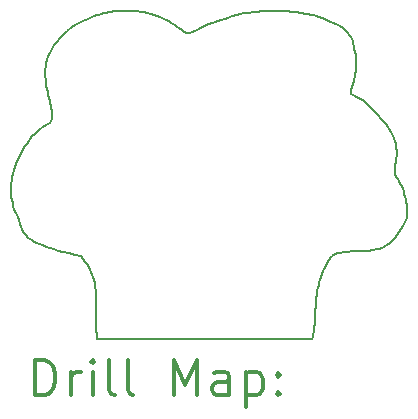
<source format=gbr>
%FSLAX45Y45*%
G04 Gerber Fmt 4.5, Leading zero omitted, Abs format (unit mm)*
G04 Created by KiCad (PCBNEW 5.1.6-c6e7f7d~87~ubuntu18.04.1) date 2020-07-20 19:22:29*
%MOMM*%
%LPD*%
G01*
G04 APERTURE LIST*
%TA.AperFunction,Profile*%
%ADD10C,0.200000*%
%TD*%
%ADD11C,0.200000*%
%ADD12C,0.300000*%
G04 APERTURE END LIST*
D10*
X11939743Y-7008065D02*
X11971901Y-6988818D01*
X11971901Y-6988818D02*
X12005154Y-6970167D01*
X12005154Y-6970167D02*
X12039595Y-6952342D01*
X12039595Y-6952342D02*
X12075320Y-6935576D01*
X12075320Y-6935576D02*
X12093693Y-6927661D01*
X12093693Y-6927661D02*
X12112421Y-6920098D01*
X12112421Y-6920098D02*
X12131517Y-6912916D01*
X12131517Y-6912916D02*
X12150993Y-6906142D01*
X12150993Y-6906142D02*
X12170859Y-6899807D01*
X12170859Y-6899807D02*
X12191128Y-6893939D01*
X12191128Y-6893939D02*
X12211812Y-6888566D01*
X12211812Y-6888566D02*
X12232922Y-6883719D01*
X12232922Y-6883719D02*
X12254470Y-6879425D01*
X12254470Y-6879425D02*
X12276467Y-6875715D01*
X12276467Y-6875715D02*
X12298926Y-6872616D01*
X12298926Y-6872616D02*
X12321858Y-6870157D01*
X12321858Y-6870157D02*
X12345274Y-6868368D01*
X12345274Y-6868368D02*
X12369188Y-6867278D01*
X12369188Y-6867278D02*
X12393609Y-6866915D01*
X12393609Y-6866915D02*
X12418550Y-6867308D01*
X12418550Y-6867308D02*
X12444024Y-6868487D01*
X12444024Y-6868487D02*
X12470040Y-6870480D01*
X12470040Y-6870480D02*
X12496612Y-6873316D01*
X12496612Y-6873316D02*
X12523750Y-6877024D01*
X12523750Y-6877024D02*
X12551467Y-6881633D01*
X12551467Y-6881633D02*
X12579775Y-6887173D01*
X12579775Y-6887173D02*
X12608684Y-6893671D01*
X12608684Y-6893671D02*
X12638208Y-6901157D01*
X13978119Y-9648687D02*
X12157122Y-9648687D01*
X12021706Y-8946660D02*
X11967567Y-8934441D01*
X11967567Y-8934441D02*
X11917536Y-8922463D01*
X11917536Y-8922463D02*
X11871436Y-8910701D01*
X11871436Y-8910701D02*
X11829093Y-8899130D01*
X11829093Y-8899130D02*
X11790330Y-8887724D01*
X11790330Y-8887724D02*
X11754972Y-8876459D01*
X11754972Y-8876459D02*
X11722843Y-8865309D01*
X11722843Y-8865309D02*
X11693767Y-8854251D01*
X11693767Y-8854251D02*
X11667569Y-8843258D01*
X11667569Y-8843258D02*
X11644073Y-8832306D01*
X11644073Y-8832306D02*
X11623103Y-8821369D01*
X11623103Y-8821369D02*
X11604483Y-8810424D01*
X11604483Y-8810424D02*
X11573592Y-8788405D01*
X11573592Y-8788405D02*
X11549995Y-8766050D01*
X11549995Y-8766050D02*
X11532286Y-8743158D01*
X11532286Y-8743158D02*
X11519058Y-8719529D01*
X11519058Y-8719529D02*
X11508907Y-8694964D01*
X11508907Y-8694964D02*
X11500426Y-8669263D01*
X11500426Y-8669263D02*
X11492210Y-8642226D01*
X11492210Y-8642226D02*
X11482853Y-8613654D01*
X11482853Y-8613654D02*
X11470950Y-8583345D01*
X11470950Y-8583345D02*
X11455095Y-8551100D01*
X14484149Y-8896770D02*
X14459763Y-8897786D01*
X14459763Y-8897786D02*
X14434877Y-8898711D01*
X14434877Y-8898711D02*
X14409671Y-8899628D01*
X14409671Y-8899628D02*
X14384326Y-8900626D01*
X14384326Y-8900626D02*
X14359022Y-8901789D01*
X14359022Y-8901789D02*
X14333939Y-8903205D01*
X14333939Y-8903205D02*
X14309258Y-8904960D01*
X14309258Y-8904960D02*
X14285158Y-8907139D01*
X14285158Y-8907139D02*
X14261819Y-8909830D01*
X14261819Y-8909830D02*
X14239423Y-8913118D01*
X14239423Y-8913118D02*
X14218149Y-8917090D01*
X14218149Y-8917090D02*
X14198177Y-8921831D01*
X14198177Y-8921831D02*
X14171055Y-8930576D01*
X14171055Y-8930576D02*
X14147877Y-8941539D01*
X14147877Y-8941539D02*
X14134917Y-8950223D01*
X13340235Y-6904720D02*
X13369609Y-6897238D01*
X13369609Y-6897238D02*
X13402428Y-6890415D01*
X13402428Y-6890415D02*
X13438356Y-6884347D01*
X13438356Y-6884347D02*
X13477056Y-6879134D01*
X13477056Y-6879134D02*
X13497341Y-6876878D01*
X13497341Y-6876878D02*
X13518192Y-6874873D01*
X13518192Y-6874873D02*
X13539568Y-6873131D01*
X13539568Y-6873131D02*
X13561426Y-6871663D01*
X13561426Y-6871663D02*
X13583725Y-6870483D01*
X13583725Y-6870483D02*
X13606423Y-6869603D01*
X13606423Y-6869603D02*
X13629477Y-6869034D01*
X13629477Y-6869034D02*
X13652845Y-6868789D01*
X13652845Y-6868789D02*
X13676486Y-6868881D01*
X13676486Y-6868881D02*
X13700356Y-6869321D01*
X13700356Y-6869321D02*
X13724415Y-6870123D01*
X13724415Y-6870123D02*
X13748619Y-6871297D01*
X13748619Y-6871297D02*
X13772927Y-6872857D01*
X13772927Y-6872857D02*
X13797298Y-6874815D01*
X13797298Y-6874815D02*
X13821687Y-6877183D01*
X13821687Y-6877183D02*
X13846055Y-6879974D01*
X13846055Y-6879974D02*
X13870357Y-6883199D01*
X13870357Y-6883199D02*
X13894554Y-6886871D01*
X13894554Y-6886871D02*
X13918601Y-6891002D01*
X13918601Y-6891002D02*
X13942458Y-6895604D01*
X13942458Y-6895604D02*
X13966082Y-6900690D01*
X13966082Y-6900690D02*
X13989431Y-6906273D01*
X13989431Y-6906273D02*
X14012463Y-6912363D01*
X14012463Y-6912363D02*
X14035136Y-6918975D01*
X12638208Y-6901157D02*
X12666772Y-6909550D01*
X12666772Y-6909550D02*
X12685868Y-6917005D01*
X12685868Y-6917005D02*
X12704936Y-6925706D01*
X12704936Y-6925706D02*
X12723915Y-6935443D01*
X12723915Y-6935443D02*
X12742745Y-6946007D01*
X12742745Y-6946007D02*
X12761365Y-6957190D01*
X12761365Y-6957190D02*
X12779714Y-6968783D01*
X12779714Y-6968783D02*
X12797731Y-6980578D01*
X12797731Y-6980578D02*
X12815356Y-6992365D01*
X12815356Y-6992365D02*
X12832529Y-7003937D01*
X12832529Y-7003937D02*
X12849187Y-7015083D01*
X12849187Y-7015083D02*
X12873079Y-7030550D01*
X12873079Y-7030550D02*
X12895475Y-7043888D01*
X12895475Y-7043888D02*
X12916168Y-7054391D01*
X14345169Y-7243262D02*
X14349623Y-7273731D01*
X14349623Y-7273731D02*
X14351723Y-7302533D01*
X14351723Y-7302533D02*
X14351782Y-7329745D01*
X14351782Y-7329745D02*
X14350114Y-7355445D01*
X14350114Y-7355445D02*
X14347033Y-7379714D01*
X14347033Y-7379714D02*
X14342852Y-7402629D01*
X14342852Y-7402629D02*
X14337885Y-7424270D01*
X14337885Y-7424270D02*
X14332445Y-7444715D01*
X14332445Y-7444715D02*
X14326846Y-7464042D01*
X14326846Y-7464042D02*
X14318834Y-7491112D01*
X14318834Y-7491112D02*
X14312228Y-7516111D01*
X14312228Y-7516111D02*
X14308087Y-7539306D01*
X14308087Y-7539306D02*
X14307467Y-7560962D01*
X14307467Y-7560962D02*
X14309533Y-7574676D01*
X12157122Y-9648687D02*
X12153837Y-9626799D01*
X12153837Y-9626799D02*
X12151314Y-9604950D01*
X12151314Y-9604950D02*
X12149468Y-9583138D01*
X12149468Y-9583138D02*
X12148220Y-9561356D01*
X12148220Y-9561356D02*
X12147486Y-9539602D01*
X12147486Y-9539602D02*
X12147184Y-9517871D01*
X12147184Y-9517871D02*
X12147232Y-9496157D01*
X12147232Y-9496157D02*
X12147547Y-9474458D01*
X12147547Y-9474458D02*
X12148049Y-9452769D01*
X12148049Y-9452769D02*
X12148653Y-9431085D01*
X12148653Y-9431085D02*
X12149279Y-9409403D01*
X12149279Y-9409403D02*
X12149844Y-9387717D01*
X12149844Y-9387717D02*
X12150265Y-9366023D01*
X12150265Y-9366023D02*
X12150461Y-9344318D01*
X12150461Y-9344318D02*
X12150349Y-9322596D01*
X12150349Y-9322596D02*
X12149847Y-9300854D01*
X12149847Y-9300854D02*
X12148873Y-9279087D01*
X12148873Y-9279087D02*
X12147345Y-9257291D01*
X12147345Y-9257291D02*
X12145180Y-9235462D01*
X12145180Y-9235462D02*
X12142296Y-9213594D01*
X12142296Y-9213594D02*
X12138612Y-9191685D01*
X12138612Y-9191685D02*
X12134044Y-9169729D01*
X12134044Y-9169729D02*
X12128511Y-9147722D01*
X12128511Y-9147722D02*
X12121930Y-9125660D01*
X12121930Y-9125660D02*
X12114220Y-9103538D01*
X12114220Y-9103538D02*
X12105297Y-9081353D01*
X12105297Y-9081353D02*
X12095080Y-9059100D01*
X12095080Y-9059100D02*
X12083487Y-9036774D01*
X12083487Y-9036774D02*
X12070435Y-9014371D01*
X12070435Y-9014371D02*
X12055843Y-8991888D01*
X12055843Y-8991888D02*
X12039627Y-8969319D01*
X12039627Y-8969319D02*
X12021706Y-8946660D01*
X14035136Y-6918975D02*
X14063213Y-6929955D01*
X14063213Y-6929955D02*
X14089320Y-6940607D01*
X14089320Y-6940607D02*
X14113534Y-6950956D01*
X14113534Y-6950956D02*
X14135934Y-6961030D01*
X14135934Y-6961030D02*
X14156599Y-6970856D01*
X14156599Y-6970856D02*
X14175607Y-6980464D01*
X14175607Y-6980464D02*
X14208966Y-6999129D01*
X14208966Y-6999129D02*
X14236637Y-7017245D01*
X14236637Y-7017245D02*
X14259250Y-7035033D01*
X14259250Y-7035033D02*
X14277431Y-7052712D01*
X14277431Y-7052712D02*
X14291808Y-7070503D01*
X14291808Y-7070503D02*
X14303007Y-7088625D01*
X14303007Y-7088625D02*
X14311658Y-7107299D01*
X14311658Y-7107299D02*
X14318387Y-7126746D01*
X14318387Y-7126746D02*
X14323822Y-7147184D01*
X14323822Y-7147184D02*
X14328590Y-7168835D01*
X14328590Y-7168835D02*
X14333319Y-7191918D01*
X14333319Y-7191918D02*
X14338636Y-7216653D01*
X14338636Y-7216653D02*
X14345169Y-7243262D01*
X12916168Y-7054391D02*
X12938693Y-7052456D01*
X12938693Y-7052456D02*
X12963238Y-7048645D01*
X12963238Y-7048645D02*
X12985084Y-7041280D01*
X12985084Y-7041280D02*
X13003389Y-7030482D01*
X13003389Y-7030482D02*
X13020635Y-7019591D01*
X13020635Y-7019591D02*
X13045443Y-7005884D01*
X13045443Y-7005884D02*
X13068206Y-6994995D01*
X13068206Y-6994995D02*
X13097364Y-6982575D01*
X13097364Y-6982575D02*
X13134129Y-6968511D01*
X13134129Y-6968511D02*
X13155744Y-6960827D01*
X13155744Y-6960827D02*
X13179716Y-6952690D01*
X13179716Y-6952690D02*
X13206196Y-6944087D01*
X13206196Y-6944087D02*
X13235336Y-6935002D01*
X13235336Y-6935002D02*
X13267288Y-6925422D01*
X13267288Y-6925422D02*
X13302204Y-6915332D01*
X13302204Y-6915332D02*
X13340235Y-6904720D01*
X14676583Y-8251758D02*
X14689685Y-8271980D01*
X14689685Y-8271980D02*
X14702000Y-8292399D01*
X14702000Y-8292399D02*
X14713514Y-8313018D01*
X14713514Y-8313018D02*
X14724210Y-8333841D01*
X14724210Y-8333841D02*
X14734075Y-8354873D01*
X14734075Y-8354873D02*
X14743094Y-8376115D01*
X14743094Y-8376115D02*
X14751252Y-8397573D01*
X14751252Y-8397573D02*
X14758534Y-8419250D01*
X14758534Y-8419250D02*
X14764926Y-8441150D01*
X14764926Y-8441150D02*
X14770412Y-8463276D01*
X14770412Y-8463276D02*
X14774978Y-8485632D01*
X14774978Y-8485632D02*
X14778610Y-8508221D01*
X14778610Y-8508221D02*
X14781291Y-8531048D01*
X14781291Y-8531048D02*
X14783009Y-8554116D01*
X14783009Y-8554116D02*
X14783747Y-8577429D01*
X14783747Y-8577429D02*
X14783491Y-8600990D01*
X13978119Y-9648687D02*
X13978119Y-9648687D01*
X14601747Y-7824127D02*
X14616289Y-7848258D01*
X14616289Y-7848258D02*
X14629312Y-7871049D01*
X14629312Y-7871049D02*
X14640891Y-7892566D01*
X14640891Y-7892566D02*
X14651097Y-7912871D01*
X14651097Y-7912871D02*
X14660005Y-7932031D01*
X14660005Y-7932031D02*
X14674216Y-7967170D01*
X14674216Y-7967170D02*
X14684108Y-7998498D01*
X14684108Y-7998498D02*
X14690267Y-8026533D01*
X14690267Y-8026533D02*
X14693276Y-8051788D01*
X14693276Y-8051788D02*
X14693721Y-8074781D01*
X14693721Y-8074781D02*
X14692187Y-8096026D01*
X14692187Y-8096026D02*
X14689257Y-8116041D01*
X14689257Y-8116041D02*
X14683525Y-8144883D01*
X14683525Y-8144883D02*
X14677942Y-8173858D01*
X14677942Y-8173858D02*
X14675278Y-8194107D01*
X14675278Y-8194107D02*
X14674143Y-8215705D01*
X14674143Y-8215705D02*
X14675119Y-8239167D01*
X14675119Y-8239167D02*
X14676583Y-8251758D01*
X14134917Y-8950223D02*
X14119124Y-8976135D01*
X14119124Y-8976135D02*
X14104714Y-9001529D01*
X14104714Y-9001529D02*
X14091618Y-9026429D01*
X14091618Y-9026429D02*
X14079770Y-9050862D01*
X14079770Y-9050862D02*
X14069100Y-9074852D01*
X14069100Y-9074852D02*
X14059541Y-9098426D01*
X14059541Y-9098426D02*
X14051026Y-9121609D01*
X14051026Y-9121609D02*
X14043485Y-9144427D01*
X14043485Y-9144427D02*
X14036850Y-9166904D01*
X14036850Y-9166904D02*
X14031055Y-9189067D01*
X14031055Y-9189067D02*
X14026030Y-9210941D01*
X14026030Y-9210941D02*
X14021708Y-9232551D01*
X14021708Y-9232551D02*
X14018021Y-9253923D01*
X14018021Y-9253923D02*
X14014901Y-9275083D01*
X14014901Y-9275083D02*
X14012279Y-9296055D01*
X14012279Y-9296055D02*
X14010089Y-9316866D01*
X14010089Y-9316866D02*
X14008261Y-9337541D01*
X14008261Y-9337541D02*
X14006727Y-9358106D01*
X14006727Y-9358106D02*
X14005421Y-9378585D01*
X14005421Y-9378585D02*
X14004273Y-9399005D01*
X14004273Y-9399005D02*
X14003215Y-9419391D01*
X14003215Y-9419391D02*
X14002181Y-9439769D01*
X14002181Y-9439769D02*
X14001101Y-9460163D01*
X14001101Y-9460163D02*
X13999907Y-9480600D01*
X13999907Y-9480600D02*
X13998533Y-9501106D01*
X13998533Y-9501106D02*
X13996909Y-9521704D01*
X13996909Y-9521704D02*
X13994967Y-9542422D01*
X13994967Y-9542422D02*
X13992640Y-9563284D01*
X13992640Y-9563284D02*
X13989860Y-9584316D01*
X13989860Y-9584316D02*
X13986558Y-9605543D01*
X13986558Y-9605543D02*
X13982667Y-9626992D01*
X13982667Y-9626992D02*
X13978119Y-9648687D01*
X11455095Y-8551100D02*
X11446638Y-8524642D01*
X11446638Y-8524642D02*
X11439848Y-8497755D01*
X11439848Y-8497755D02*
X11434672Y-8470505D01*
X11434672Y-8470505D02*
X11431060Y-8442957D01*
X11431060Y-8442957D02*
X11428961Y-8415176D01*
X11428961Y-8415176D02*
X11428323Y-8387229D01*
X11428323Y-8387229D02*
X11429097Y-8359180D01*
X11429097Y-8359180D02*
X11431230Y-8331096D01*
X11431230Y-8331096D02*
X11434673Y-8303042D01*
X11434673Y-8303042D02*
X11439374Y-8275084D01*
X11439374Y-8275084D02*
X11445282Y-8247287D01*
X11445282Y-8247287D02*
X11452346Y-8219718D01*
X11452346Y-8219718D02*
X11460515Y-8192440D01*
X11460515Y-8192440D02*
X11469739Y-8165521D01*
X11469739Y-8165521D02*
X11479967Y-8139025D01*
X11479967Y-8139025D02*
X11491146Y-8113019D01*
X11491146Y-8113019D02*
X11503228Y-8087568D01*
X11503228Y-8087568D02*
X11516160Y-8062737D01*
X11516160Y-8062737D02*
X11529892Y-8038593D01*
X11529892Y-8038593D02*
X11544372Y-8015200D01*
X11544372Y-8015200D02*
X11559550Y-7992624D01*
X11559550Y-7992624D02*
X11575376Y-7970932D01*
X11575376Y-7970932D02*
X11591797Y-7950187D01*
X11591797Y-7950187D02*
X11608763Y-7930458D01*
X11608763Y-7930458D02*
X11626223Y-7911807D01*
X11626223Y-7911807D02*
X11644126Y-7894303D01*
X11644126Y-7894303D02*
X11662422Y-7878009D01*
X11662422Y-7878009D02*
X11681059Y-7862991D01*
X11681059Y-7862991D02*
X11699986Y-7849316D01*
X11699986Y-7849316D02*
X11719152Y-7837049D01*
X11719152Y-7837049D02*
X11738507Y-7826255D01*
X11738507Y-7826255D02*
X11758000Y-7817000D01*
X14309533Y-7574676D02*
X14340508Y-7588854D01*
X14340508Y-7588854D02*
X14368233Y-7603394D01*
X14368233Y-7603394D02*
X14393040Y-7618257D01*
X14393040Y-7618257D02*
X14415263Y-7633408D01*
X14415263Y-7633408D02*
X14435236Y-7648809D01*
X14435236Y-7648809D02*
X14453291Y-7664423D01*
X14453291Y-7664423D02*
X14469762Y-7680212D01*
X14469762Y-7680212D02*
X14484984Y-7696141D01*
X14484984Y-7696141D02*
X14499288Y-7712172D01*
X14499288Y-7712172D02*
X14513008Y-7728267D01*
X14513008Y-7728267D02*
X14526479Y-7744390D01*
X14526479Y-7744390D02*
X14540032Y-7760504D01*
X14540032Y-7760504D02*
X14554003Y-7776572D01*
X14554003Y-7776572D02*
X14568723Y-7792557D01*
X14568723Y-7792557D02*
X14584527Y-7808421D01*
X14584527Y-7808421D02*
X14601747Y-7824127D01*
X14783491Y-8600990D02*
X14775820Y-8620010D01*
X14775820Y-8620010D02*
X14760356Y-8655579D01*
X14760356Y-8655579D02*
X14744683Y-8687989D01*
X14744683Y-8687989D02*
X14728746Y-8717398D01*
X14728746Y-8717398D02*
X14712487Y-8743966D01*
X14712487Y-8743966D02*
X14695851Y-8767852D01*
X14695851Y-8767852D02*
X14678780Y-8789215D01*
X14678780Y-8789215D02*
X14661218Y-8808215D01*
X14661218Y-8808215D02*
X14643109Y-8825009D01*
X14643109Y-8825009D02*
X14624397Y-8839759D01*
X14624397Y-8839759D02*
X14605024Y-8852622D01*
X14605024Y-8852622D02*
X14584934Y-8863759D01*
X14584934Y-8863759D02*
X14564072Y-8873327D01*
X14564072Y-8873327D02*
X14542379Y-8881487D01*
X14542379Y-8881487D02*
X14519801Y-8888398D01*
X14519801Y-8888398D02*
X14496280Y-8894218D01*
X14496280Y-8894218D02*
X14484149Y-8896770D01*
X11758000Y-7817000D02*
X11770040Y-7786271D01*
X11770040Y-7786271D02*
X11773905Y-7751716D01*
X11773905Y-7751716D02*
X11771329Y-7713589D01*
X11771329Y-7713589D02*
X11768166Y-7693264D01*
X11768166Y-7693264D02*
X11764042Y-7672142D01*
X11764042Y-7672142D02*
X11759174Y-7650253D01*
X11759174Y-7650253D02*
X11753778Y-7627629D01*
X11753778Y-7627629D02*
X11748071Y-7604302D01*
X11748071Y-7604302D02*
X11742269Y-7580303D01*
X11742269Y-7580303D02*
X11736588Y-7555665D01*
X11736588Y-7555665D02*
X11731246Y-7530418D01*
X11731246Y-7530418D02*
X11726458Y-7504595D01*
X11726458Y-7504595D02*
X11722441Y-7478226D01*
X11722441Y-7478226D02*
X11719413Y-7451345D01*
X11719413Y-7451345D02*
X11717588Y-7423982D01*
X11717588Y-7423982D02*
X11717184Y-7396169D01*
X11717184Y-7396169D02*
X11718418Y-7367938D01*
X11718418Y-7367938D02*
X11721505Y-7339320D01*
X11721505Y-7339320D02*
X11726663Y-7310347D01*
X11726663Y-7310347D02*
X11734108Y-7281051D01*
X11734108Y-7281051D02*
X11744055Y-7251464D01*
X11744055Y-7251464D02*
X11756723Y-7221616D01*
X11756723Y-7221616D02*
X11772328Y-7191540D01*
X11772328Y-7191540D02*
X11791085Y-7161268D01*
X11791085Y-7161268D02*
X11813211Y-7130831D01*
X11813211Y-7130831D02*
X11838924Y-7100260D01*
X11838924Y-7100260D02*
X11868439Y-7069587D01*
X11868439Y-7069587D02*
X11901973Y-7038845D01*
X11901973Y-7038845D02*
X11939743Y-7008065D01*
D11*
D12*
X11632260Y-10124402D02*
X11632260Y-9824402D01*
X11703689Y-9824402D01*
X11746546Y-9838688D01*
X11775117Y-9867259D01*
X11789403Y-9895830D01*
X11803689Y-9952973D01*
X11803689Y-9995830D01*
X11789403Y-10052973D01*
X11775117Y-10081545D01*
X11746546Y-10110116D01*
X11703689Y-10124402D01*
X11632260Y-10124402D01*
X11932260Y-10124402D02*
X11932260Y-9924402D01*
X11932260Y-9981545D02*
X11946546Y-9952973D01*
X11960831Y-9938688D01*
X11989403Y-9924402D01*
X12017974Y-9924402D01*
X12117974Y-10124402D02*
X12117974Y-9924402D01*
X12117974Y-9824402D02*
X12103689Y-9838688D01*
X12117974Y-9852973D01*
X12132260Y-9838688D01*
X12117974Y-9824402D01*
X12117974Y-9852973D01*
X12303689Y-10124402D02*
X12275117Y-10110116D01*
X12260831Y-10081545D01*
X12260831Y-9824402D01*
X12460831Y-10124402D02*
X12432260Y-10110116D01*
X12417974Y-10081545D01*
X12417974Y-9824402D01*
X12803689Y-10124402D02*
X12803689Y-9824402D01*
X12903689Y-10038688D01*
X13003689Y-9824402D01*
X13003689Y-10124402D01*
X13275117Y-10124402D02*
X13275117Y-9967259D01*
X13260831Y-9938688D01*
X13232260Y-9924402D01*
X13175117Y-9924402D01*
X13146546Y-9938688D01*
X13275117Y-10110116D02*
X13246546Y-10124402D01*
X13175117Y-10124402D01*
X13146546Y-10110116D01*
X13132260Y-10081545D01*
X13132260Y-10052973D01*
X13146546Y-10024402D01*
X13175117Y-10010116D01*
X13246546Y-10010116D01*
X13275117Y-9995830D01*
X13417974Y-9924402D02*
X13417974Y-10224402D01*
X13417974Y-9938688D02*
X13446546Y-9924402D01*
X13503689Y-9924402D01*
X13532260Y-9938688D01*
X13546546Y-9952973D01*
X13560831Y-9981545D01*
X13560831Y-10067259D01*
X13546546Y-10095830D01*
X13532260Y-10110116D01*
X13503689Y-10124402D01*
X13446546Y-10124402D01*
X13417974Y-10110116D01*
X13689403Y-10095830D02*
X13703689Y-10110116D01*
X13689403Y-10124402D01*
X13675117Y-10110116D01*
X13689403Y-10095830D01*
X13689403Y-10124402D01*
X13689403Y-9938688D02*
X13703689Y-9952973D01*
X13689403Y-9967259D01*
X13675117Y-9952973D01*
X13689403Y-9938688D01*
X13689403Y-9967259D01*
M02*

</source>
